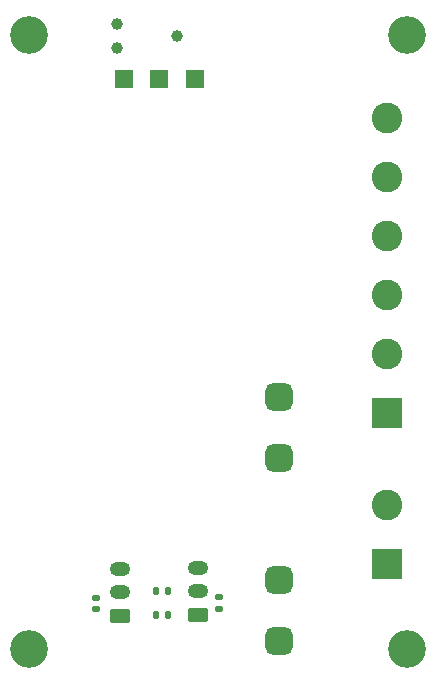
<source format=gbr>
%TF.GenerationSoftware,KiCad,Pcbnew,(7.0.0)*%
%TF.CreationDate,2023-03-11T20:41:09+01:00*%
%TF.ProjectId,StripController,53747269-7043-46f6-9e74-726f6c6c6572,rev?*%
%TF.SameCoordinates,Original*%
%TF.FileFunction,Soldermask,Bot*%
%TF.FilePolarity,Negative*%
%FSLAX46Y46*%
G04 Gerber Fmt 4.6, Leading zero omitted, Abs format (unit mm)*
G04 Created by KiCad (PCBNEW (7.0.0)) date 2023-03-11 20:41:09*
%MOMM*%
%LPD*%
G01*
G04 APERTURE LIST*
G04 Aperture macros list*
%AMRoundRect*
0 Rectangle with rounded corners*
0 $1 Rounding radius*
0 $2 $3 $4 $5 $6 $7 $8 $9 X,Y pos of 4 corners*
0 Add a 4 corners polygon primitive as box body*
4,1,4,$2,$3,$4,$5,$6,$7,$8,$9,$2,$3,0*
0 Add four circle primitives for the rounded corners*
1,1,$1+$1,$2,$3*
1,1,$1+$1,$4,$5*
1,1,$1+$1,$6,$7*
1,1,$1+$1,$8,$9*
0 Add four rect primitives between the rounded corners*
20,1,$1+$1,$2,$3,$4,$5,0*
20,1,$1+$1,$4,$5,$6,$7,0*
20,1,$1+$1,$6,$7,$8,$9,0*
20,1,$1+$1,$8,$9,$2,$3,0*%
G04 Aperture macros list end*
%ADD10C,0.990600*%
%ADD11C,3.200000*%
%ADD12RoundRect,0.575000X0.575000X-0.575000X0.575000X0.575000X-0.575000X0.575000X-0.575000X-0.575000X0*%
%ADD13RoundRect,0.250000X0.625000X-0.350000X0.625000X0.350000X-0.625000X0.350000X-0.625000X-0.350000X0*%
%ADD14O,1.750000X1.200000*%
%ADD15R,2.600000X2.600000*%
%ADD16C,2.600000*%
%ADD17RoundRect,0.575000X-0.575000X0.575000X-0.575000X-0.575000X0.575000X-0.575000X0.575000X0.575000X0*%
%ADD18RoundRect,0.135000X0.135000X0.185000X-0.135000X0.185000X-0.135000X-0.185000X0.135000X-0.185000X0*%
%ADD19R,1.500000X1.500000*%
%ADD20RoundRect,0.140000X-0.170000X0.140000X-0.170000X-0.140000X0.170000X-0.140000X0.170000X0.140000X0*%
%ADD21RoundRect,0.135000X-0.135000X-0.185000X0.135000X-0.185000X0.135000X0.185000X-0.135000X0.185000X0*%
G04 APERTURE END LIST*
D10*
%TO.C,J5*%
X16510000Y55880000D03*
X11430000Y54864000D03*
X11430000Y56896000D03*
%TD*%
D11*
%TO.C,H3*%
X4000000Y4000000D03*
%TD*%
D12*
%TO.C,J10*%
X25176100Y20150800D03*
X25176100Y25300800D03*
%TD*%
D13*
%TO.C,J6*%
X11642000Y6794000D03*
D14*
X11641999Y8793999D03*
X11641999Y10793999D03*
%TD*%
D11*
%TO.C,H2*%
X36000000Y4000000D03*
%TD*%
D15*
%TO.C,J2*%
X34289999Y23955999D03*
D16*
X34290000Y28956000D03*
X34290000Y33956000D03*
X34290000Y38956000D03*
X34290000Y43956000D03*
X34290000Y48956000D03*
%TD*%
D11*
%TO.C,H1*%
X4000000Y56000000D03*
%TD*%
D15*
%TO.C,J4*%
X34289999Y11175999D03*
D16*
X34290000Y16176000D03*
%TD*%
D17*
%TO.C,J9*%
X25176100Y9850000D03*
X25176100Y4700000D03*
%TD*%
D11*
%TO.C,H4*%
X36000000Y56000000D03*
%TD*%
D13*
%TO.C,J1*%
X18288000Y6858000D03*
D14*
X18287999Y8857999D03*
X18287999Y10857999D03*
%TD*%
D18*
%TO.C,R17*%
X15750000Y6858000D03*
X14730000Y6858000D03*
%TD*%
D19*
%TO.C,J3*%
X14999999Y52277999D03*
%TD*%
D20*
%TO.C,R7*%
X9652000Y8326000D03*
X9652000Y7366000D03*
%TD*%
%TO.C,R1*%
X20066000Y8354000D03*
X20066000Y7394000D03*
%TD*%
D19*
%TO.C,J8*%
X11999999Y52277999D03*
%TD*%
%TO.C,J7*%
X17999999Y52277999D03*
%TD*%
D21*
%TO.C,R16*%
X14730000Y8890000D03*
X15750000Y8890000D03*
%TD*%
M02*

</source>
